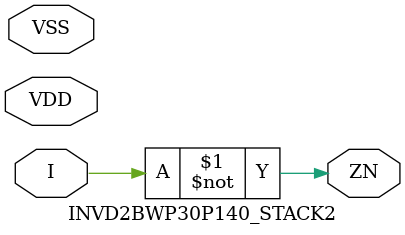
<source format=v>
`timescale 1ns/1ps

`celldefine
module INVD2BWP30P140_STACK2 (I, ZN, VDD, VSS);
    input I, VDD, VSS;
    output ZN;
    not (ZN, I);

  specify
    (I => ZN) = (0, 0);
  endspecify
endmodule
`endcelldefine

</source>
